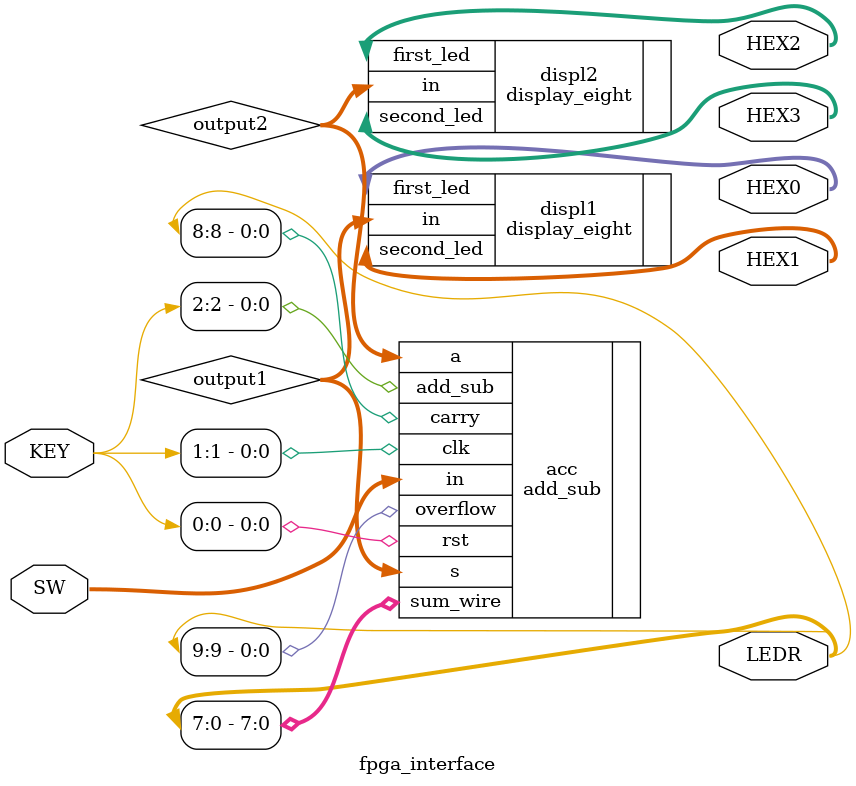
<source format=v>

module fpga_interface(
	SW,
	KEY,
	LEDR,
	HEX0,
	HEX1,
	HEX2,
	HEX3
);

	input [7:0]		SW;
	input [2:0]		KEY;

	output [9:0]		LEDR;
	output [6:0]		HEX0;
	output [6:0]		HEX1;
	output [6:0]		HEX2;
	output [6:0]		HEX3;

	wire [7:0] output1;
	wire [7:0] output2;
	wire [7:0] output3;

	add_sub acc(
		.clk(KEY[1]),
		.rst(KEY[0]),
		.in(SW),
		.add_sub(KEY[2]),
		.s(output1),
		.a(output2),
		.sum_wire(LEDR[7:0]),
		.overflow(LEDR[9]),
		.carry(LEDR[8])
	);

	display_eight displ1(
		.in(output1),
		.first_led(HEX0),
		.second_led(HEX1)
	);

	display_eight displ2(
		.in(output2),
		.first_led(HEX2),
		.second_led(HEX3)
	);
	
endmodule
</source>
